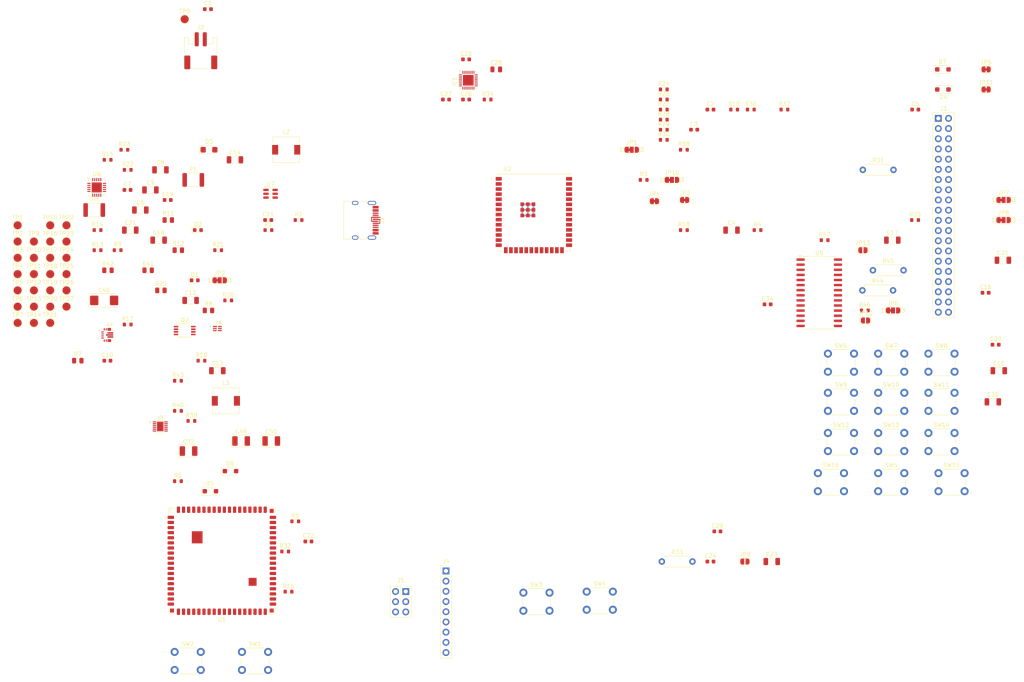
<source format=kicad_pcb>
(kicad_pcb (version 20241229) (generator "pcbnew") (generator_version "9.0")
  (layers (0 "F.Cu" signal) (2 "B.Cu" signal) (13 "F.Paste" user) (15 "B.Paste" user) (5 "F.SilkS" user "F.Silkscreen") (7 "B.SilkS" user "B.Silkscreen") (1 "F.Mask" user) (3 "B.Mask" user) (25 "Edge.Cuts" user))
  (net 0 "")
  (net 1 "/PACK+")
  (net 2 "/CELL-")
  (net 3 "/RESET_S3")
  (net 4 "GND")
  (net 5 "+3.3V_SYS")
  (net 6 "Net-(U4-VAUX)")
  (net 7 "VBUS")
  (net 8 "/VSYS")
  (net 9 "/5V_HDR")
  (net 10 "/RESET_M1")
  (net 11 "/5V_BOOST")
  (net 12 "Net-(D1-A)")
  (net 13 "Net-(D2-A)")
  (net 14 "Net-(D3-A1)")
  (net 15 "Net-(D4-A)")
  (net 16 "Net-(D5-K)")
  (net 17 "Net-(D7-A)")
  (net 22 "/SPI_MOSI")
  (net 23 "/SPI_SCK")
  (net 24 "/S3_IO21")
  (net 30 "/SPI_MISO")
  (net 32 "/SPI_CS_TS01")
  (net 34 "Net-(J1-CC1)")
  (net 35 "/USB_D+")
  (net 36 "/USB_D-")
  (net 37 "Net-(J1-CC2)")
  (net 38 "/I2C1_SCL")
  (net 39 "/S3_IO45")
  (net 40 "/GPCLK_IO7")
  (net 41 "/ID_SD")
  (net 42 "/S3_IO48")
  (net 43 "/S3_IO10")
  (net 44 "/S3_IO3")
  (net 45 "/I2C1_SDA")
  (net 46 "Net-(J3-Pin_26)")
  (net 47 "Net-(J3-Pin_24)")
  (net 48 "/ID_SC")
  (net 49 "Net-(J3-Pin_21)")
  (net 50 "/I2S_WS_LR_IO39")
  (net 51 "/PWM1_IO1")
  (net 52 "/TX_BO")
  (net 53 "/PWM0_IO2")
  (net 54 "/S3_IO9")
  (net 55 "/S3_IO42")
  (net 56 "Net-(J3-Pin_22)")
  (net 57 "/PG5V_S3_IO18")
  (net 58 "/RX_BO")
  (net 59 "/S3_IO6")
  (net 60 "/I2S_BCLK_IO38")
  (net 61 "/S3_IO47")
  (net 62 "/I2S_DIN_IO41")
  (net 63 "/I2S_DOUT_IO40")
  (net 64 "/SPI_RST_EPD")
  (net 65 "/SPI_DC_EPD")
  (net 66 "/SPI_BUSY_EPD")
  (net 67 "/SPI_CS_EPD")
  (net 68 "/RX_S3")
  (net 69 "/TX_M1")
  (net 70 "/TX_S3")
  (net 71 "/RX_M1")
  (net 72 "Net-(JP3-A)")
  (net 73 "Net-(JP4-A)")
  (net 74 "Net-(JP6-B)")
  (net 75 "/SPI_CS_M1")
  (net 76 "/SPI_CS0")
  (net 77 "/SPI_CS1")
  (net 78 "Net-(JP9-B)")
  (net 79 "/EN_5V")
  (net 80 "Net-(JP10-C)")
  (net 81 "Net-(JP12-A)")
  (net 82 "Net-(JP13-A)")
  (net 83 "Net-(U4-L2)")
  (net 84 "Net-(U4-L1)")
  (net 85 "Net-(L3-Pad2)")
  (net 87 "Net-(Q2-Pad5)")
  (net 88 "Net-(Q2-Pad4)")
  (net 90 "/FLASH_S3")
  (net 91 "Net-(R6-Pad1)")
  (net 92 "Net-(U4-FB)")
  (net 93 "Net-(U4-PG)")
  (net 94 "Net-(R10-Pad2)")
  (net 95 "Net-(U8-VPCC)")
  (net 96 "Net-(U8-STAT1{slash}~{LBO})")
  (net 97 "Net-(U8-STAT2)")
  (net 98 "Net-(U8-~{PG})")
  (net 99 "/FLASH_M1")
  (net 100 "/COUT")
  (net 101 "/DOUT")
  (net 102 "Net-(U8-PROG1)")
  (net 103 "Net-(U8-PROG3)")
  (net 104 "/PFM_PWM_SEL")
  (net 105 "Net-(U1-IO26)")
  (net 106 "Net-(U2-IO36)")
  (net 107 "Net-(U2-IO9)")
  (net 108 "Net-(U2-IO6)")
  (net 109 "/PG_5V")
  (net 110 "Net-(U3-RSET)")
  (net 111 "Net-(U3-FB)")
  (net 112 "Net-(U5-~{RESET})")
  (net 113 "/BTN_0")
  (net 114 "/BTN_1")
  (net 115 "/BTN_2")
  (net 116 "/BTN_3")
  (net 117 "/BTN_4")
  (net 118 "/BTN_5")
  (net 119 "/BTN_6")
  (net 120 "/BTN_7")
  (net 121 "/BTN_8")
  (net 122 "/BTN_9")
  (net 123 "/BTN_YES")
  (net 124 "/BTN_NO")
  (net 125 "Net-(U8-THERM)")
  (net 126 "Net-(U1-IO5{slash}ISP_Tx)")
  (net 127 "Net-(U1-IO4{slash}ISP_Rx)")
  (net 128 "Net-(U5-GPB6)")
  (net 129 "Net-(U5-GPB7)")
  (net 130 "Net-(U5-GPA7)")
  (net 131 "Net-(U5-GPA6)")
  (footprint "TestPoint:TestPoint_Pad_D2.0mm" (layer "F.Cu") (at 22.5 80.35)
    (property "Reference" "TP9")
    (property "Value" "TP_VBAT_OUT")
  )
  (footprint "Connector_PinHeader_2.54mm:PinHeader_1x09_P2.54mm_Vertical" (layer "F.Cu") (at 125 162.34)
    (property "Reference" "J4")
    (property "Value" "Conn_01x09_Pin")
  )
  (footprint "TestPoint:TestPoint_Pad_D2.0mm" (layer "F.Cu") (at 26.55 100.6)
    (property "Reference" "TP21")
    (property "Value" "TP_SDA")
  )
  (footprint "Jumper:SolderJumper-2_P1.3mm_Bridged_RoundedPad1.0x1.5mm" (layer "F.Cu") (at 184.35 70)
    (property "Reference" "JP3")
    (property "Value" "SJumper")
  )
  (footprint "TestPoint:TestPoint_Pad_D2.0mm" (layer "F.Cu") (at 18.45 80.35)
    (property "Reference" "TP2")
    (property "Value" "TP_DOUT")
  )
  (footprint "Resistor_SMD:R_0603_1608Metric" (layer "F.Cu") (at 179.175 44.99)
    (property "Reference" "R26")
    (property "Value" "10kO")
  )
  (footprint "Diode_SMD:D_SOD-123F" (layer "F.Cu") (at 248.6 42.5 180)
    (property "Reference" "D4")
    (property "Value" "D_Schottky")
  )
  (footprint "Jumper:SolderJumper-3_P1.3mm_Bridged12_RoundedPad1.0x1.5mm_NumberLabels" (layer "F.Cu") (at 181.2 65)
    (property "Reference" "JP10")
    (property "Value" "SJ_3_Br12")
  )
  (footprint "Connector_PinHeader_2.54mm:PinHeader_2x20_P2.54mm_Vertical" (layer "F.Cu") (at 247.46 49.68)
    (property "Reference" "J3")
    (property "Value" "Conn_02x20_Odd_Even")
  )
  (footprint "Capacitor_SMD:C_1206_3216Metric" (layer "F.Cu") (at 236.025 80)
    (property "Reference" "C17")
    (property "Value" "10uF")
  )
  (footprint "Resistor_SMD:R_0603_1608Metric" (layer "F.Cu") (at 64.175 110)
    (property "Reference" "R19")
    (property "Value" "100k")
  )
  (footprint "Jumper:SolderJumper-2_P1.3mm_Open_RoundedPad1.0x1.5mm" (layer "F.Cu") (at 229.35 100)
    (property "Reference" "JP12")
    (property "Value" "SJumper")
  )
  (footprint "TestPoint:TestPoint_Pad_D2.0mm" (layer "F.Cu") (at 18.45 76.3)
    (property "Reference" "TP1")
    (property "Value" "TP_PACK-")
  )
  (footprint "Capacitor_SMD:C_0603_1608Metric" (layer "F.Cu") (at 90.775 155)
    (property "Reference" "C22")
    (property "Value" "100nF")
  )
  (footprint "Resistor_SMD:R_0805_2012Metric" (layer "F.Cu") (at 54.0875 92.5)
    (property "Reference" "R25")
    (property "Value" "100k")
  )
  (footprint "Capacitor_SMD:C_1206_3216Metric" (layer "F.Cu") (at 48.975 72.5)
    (property "Reference" "C6")
    (property "Value" "22uF")
  )
  (footprint "Capacitor_SMD:C_0603_1608Metric" (layer "F.Cu") (at 130 45)
    (property "Reference" "C26")
    (property "Value" "100nF")
  )
  (footprint "Capacitor_SMD:C_0603_1608Metric" (layer "F.Cu") (at 259.225 93.095)
    (property "Reference" "C16")
    (property "Value" "100nF")
  )
  (footprint "Diode_SMD:D_SOD-123F" (layer "F.Cu") (at 248.6 37.5)
    (property "Reference" "D7")
    (property "Value" "D_Schottky")
  )
  (footprint "Package_SO:SOIC-28W_7.5x17.9mm_P1.27mm" (layer "F.Cu") (at 217.85 93.095)
    (property "Reference" "U5")
    (property "Value" "MCP23017_SO")
  )
  (footprint "Resistor_SMD:R_0603_1608Metric" (layer "F.Cu") (at 58.325 115)
    (property "Reference" "R43")
    (property "Value" "50kO")
  )
  (footprint "Module:Sipeed-M1" (layer "F.Cu") (at 69.245 159.8)
    (property "Reference" "U1")
    (property "Value" "Sipeed-M1")
  )
  (footprint "Capacitor_SMD:C_0603_1608Metric" (layer "F.Cu") (at 205 95.98)
    (property "Reference" "C34")
    (property "Value" "100nF")
  )
  (footprint "Capacitor_SMD:C_0603_1608Metric" (layer "F.Cu") (at 80.775 75)
    (property "Reference" "C11")
    (property "Value" "100nF")
  )
  (footprint "_M1_FP_lib:XCVR_ESP32-S3-WROOM-1U-N8R8" (layer "F.Cu") (at 146.865 73.15)
    (property "Reference" "U2")
    (property "Value" "ESP32-S3-WROOM-1U-N8R8")
  )
  (footprint "TestPoint:TestPoint_Pad_D2.0mm" (layer "F.Cu") (at 30.6 76.3)
    (property "Reference" "TP22")
    (property "Value" "TP_SCK")
  )
  (footprint "Jumper:SolderJumper-3_P1.3mm_Bridged12_RoundedPad1.0x1.5mm_NumberLabels" (layer "F.Cu") (at 263.7 70)
    (property "Reference" "JP7")
    (property "Value" "Jump_3_Br12")
  )
  (footprint "Resistor_THT:R_Axial_DIN0207_L6.3mm_D2.5mm_P7.62mm_Horizontal" (layer "F.Cu") (at 228.69 62.5)
    (property "Reference" "R31")
    (property "Value" "47")
  )
  (footprint "Button_Switch_THT:SW_PUSH_6mm_H5mm" (layer "F.Cu") (at 245 128)
    (property "Reference" "SW14")
    (property "Value" "SW_Push")
  )
  (footprint "Package_DFN_QFN:QFN-20-1EP_4x4mm_P0.5mm_EP2.5x2.5mm" (layer "F.Cu") (at 38.125 66.875)
    (property "Reference" "U8")
    (property "Value" "MCP73871")
  )
  (footprint "Resistor_SMD:R_0603_1608Metric" (layer "F.Cu") (at 196.675 47.5)
    (property "Reference" "R10")
    (property "Value" "22")
  )
  (footprint "Resistor_SMD:R_0603_1608Metric" (layer "F.Cu") (at 179.175 55.03)
    (property "Reference" "R30")
    (property "Value" "4k7")
  )
  (footprint "Capacitor_SMD:C_1206_3216Metric" (layer "F.Cu") (at 206.025 160)
    (property "Reference" "C23")
    (property "Value" "10uF")
  )
  (footprint "TestPoint:TestPoint_Pad_D2.0mm" (layer "F.Cu") (at 18.45 92.5)
    (property "Reference" "TP5")
    (property "Value" "TP_USB_D+")
  )
  (footprint "Button_Switch_THT:SW_PUSH_6mm_H5mm" (layer "F.Cu") (at 144.25 167.75)
    (property "Reference" "SW3")
    (property "Value" "SW_Push")
  )
  (footprint "Capacitor_SMD:C_0603_1608Metric" (layer "F.Cu") (at 55.775 70)
    (property "Reference" "C19")
    (property "Value" "100nF")
  )
  (footprint "TestPoint:TestPoint_Pad_D2.0mm" (layer "F.Cu") (at 18.45 100.6)
    (property "Reference" "TP7")
    (property "Value" "TP_ID_SC")
  )
  (footprint "TestPoint:TestPoint_Pad_D2.0mm" (layer "F.Cu") (at 18.45 96.55)
    (property "Reference" "TP6")
    (property "Value" "TP_ID_SD")
  )
  (footprint "Resistor_SMD:R_0805_2012Metric" (layer "F.Cu") (at 58.4125 82.5)
    (property "Reference" "R12")
    (property "Value" "330k")
  )
  (footprint "Resistor_SMD:R_0603_1608Metric" (layer "F.Cu") (at 219.175 80)
    (property "Reference" "R47")
    (property "Value" "10k")
  )
  (footprint "Capacitor_SMD:C_1206_3216Metric" (layer "F.Cu") (at 262.5 112.5)
    (property "Reference" "C15")
    (property "Value" "10uF")
  )
  (footprint "Resistor_THT:R_Axial_DIN0207_L6.3mm_D2.5mm_P7.62mm_Horizontal" (layer "F.Cu") (at 178.69 160)
    (property "Reference" "R33")
    (property "Value" "10kO")
  )
  (footprint "Jumper:SolderJumper-2_P1.3mm_Open_RoundedPad1.0x1.5mm" (layer "F.Cu") (at 199.35 160)
    (property "Reference" "JP9")
    (property "Value" "SJumper")
  )
  (footprint "Capacitor_Tantalum_SMD:CP_EIA-3528-12_Kemet-T" (layer "F.Cu") (at 74.04 130)
    (property "Reference" "C49")
    (property "Value" "10uF")
  )
  (footprint "Jumper:SolderJumper-3_P1.3mm_Bridged12_RoundedPad1.0x1.5mm_NumberLabels" (layer "F.Cu") (at 171.2 57.5)
    (property "Reference" "JP1")
    (property "Value" "Jumper_3_Br")
  )
  (footprint "TestPoint:TestPoint_Pad_D2.0mm" (layer "F.Cu") (at 26.55 76.3)
    (property "Reference" "TP15")
    (property "Value" "TP_FLASH_M1")
  )
  (footprint "Connector_PinSocket_2.54mm:PinSocket_2x03_P2.54mm_Vertical" (layer "F.Cu") (at 115 167.46)
    (property "Reference" "J5")
    (property "Value" "Conn_02x03_Odd_Even")
  )
  (footprint "TestPoint:TestPoint_Pad_D2.0mm" (layer "F.Cu") (at 22.5 100.6)
    (property "Reference" "TP14")
    (property "Value" "TP_VBAT_IN")
  )
  (footprint "Resistor_SMD:R_0603_1608Metric" (layer "F.Cu") (at 202.5 77.5)
    (property "Reference" "R4")
    (property "Value" "10kO")
  )
  (footprint "TestPoint:TestPoint_Pad_D2.0mm" (layer "F.Cu") (at 26.55 80.35)
    (property "Reference" "TP16")
    (property "Value" "TP_RX_M1")
  )
  (footprint "Resistor_SMD:R_0603_1608Metric" (layer "F.Cu") (at 179.175 50.01)
    (property "Reference" "R28")
    (property "Value" "10kO")
  )
  (footprint "Resistor_SMD:R_0603_1608Metric" (layer "F.Cu") (at 68.325 82.5)
    (property "Reference" "R21")
    (property "Value" "100k")
  )
  (footprint "Resistor_SMD:R_0603_1608Metric" (layer "F.Cu") (at 184.175 57.5)
    (property "Reference" "R38")
    (property "Value" "100")
  )
  (footprint "Jumper:SolderJumper-3_P1.3mm_Bridged12_RoundedPad1.0x1.5mm_NumberLabels" (layer "F.Cu") (at 263.7 75)
    (property "Reference" "JP8")
    (property "Value" "Jump_3_Br12")
  )
  (footprint "Capacitor_Tantalum_SMD:CP_EIA-3528-12_Kemet-T" (layer "F.Cu") (at 60.96 132.5)
    (property "Reference" "C32")
    (property "Value" "100nF")
  )
  (footprint "Button_Switch_THT:SW_PUSH_6mm_H5mm" (layer "F.Cu") (at 220 128)
    (property "Reference" "SW12")
    (property "Value" "SW_Push")
  )
  (footprint "_M1_FP_lib:FS8205A TSSOP-8_3x3mm_P0.65mm" (layer "F.Cu") (at 60 102.5)
    (property "Reference" "Q2")
    (property "Value" "FS8205A")
  )
  (footprint "Capacitor_SMD:C_1206_3216Metric" (layer "F.Cu") (at 263.525 85)
    (property "Reference" "C21")
    (property "Value" "10uF")
  )
  (footprint "Resistor_SMD:R_0603_1608Metric" (layer "F.Cu") (at 38.325 82.5)
    (property "Reference" "R13")
    (property "Value" "1k")
  )
  (footprint "_M1_FP_lib:QFN-32-1EP_4x4mm_P0.4mm_EP2.65x2.65mm TROPIC01" (layer "F.Cu") (at 130.55 40.2)
    (property "Reference" "IC1")
    (property "Value" "TROPIC01_chip")
  )
  (footprint "TestPoint:TestPoint_Pad_D2.0mm" (layer "F.Cu") (at 22.5 84.4)
    (property "Reference" "TP10")
    (property "Value" "TP_VBUS")
  )
  (footprint "TestPoint:TestPoint_Pad_D2.0mm" (layer "F.Cu") (at 60 25)
    (property "Reference" "TP8")
    (property "Value" "TP_PACK+")
  )
  (footprint "Button_Switch_THT:SW_PUSH_6mm_H5mm" (layer "F.Cu") (at 232.5 108.25)
    (property "Reference" "SW7")
    (property "Value" "SW_Push")
  )
  (footprint "Capacitor_SMD:C_0603_1608Metric" (layer "F.Cu") (at 45.775 67.5)
    (property "Reference" "C7")
    (property "Value" "100nF")
  )
  (footprint "Button_Switch_THT:SW_PUSH_6mm_H5mm" (layer "F.Cu") (at 57.5 182.5)
    (property "Reference" "SW2")
    (property "Value" "SW_Push")
  )
  (footprint "LED_SMD:LED_0603_1608Metric" (layer "F.Cu") (at 62.5 90)
    (property "Reference" "D1")
    (property "Value" "LED_OR")
  )
  (footprint "Capacitor_SMD:C_0603_1608Metric" (layer "F.Cu") (at 130 35)
    (property "Reference" "C25")
    (property "Value" "100nF")
  )
  (footprint "Capacitor_SMD:C_1206_3216Metric" (layer "F.Cu") (at 53.525 80)
    (property "Reference" "C18")
    (property "Value" "22uF")
  )
  (footprint "Capacitor_Tantalum_SMD:CP_EIA-6032-28_Kemet-C" (layer "F.Cu") (at 39.97 95)
    (property "Reference" "C46")
    (property "Value" "100uF 10V Tant")
  )
  (footprint "Button_Switch_THT:SW_PUSH_6mm_H5mm" (layer "F.Cu") (at 232.5 118)
    (property "Reference" "SW10")
    (property "Value" "SW_Push")
  )
  (footprint "Jumper:SolderJumper-2_P1.3mm_Bridged_RoundedPad1.0x1.5mm" (layer "F.Cu") (at 259.35 42.5)
    (property "Reference" "JP11")
    (property "Value" "SJ_2_B")
  )
  (footprint "Capacitor_SMD:C_0603_1608Metric" (layer "F.Cu") (at 40.775 110)
    (property "Reference" "C10")
    (property "Value" "100nF")
  )
  (footprint "TestPoint:TestPoint_Pad_D2.0mm" (layer "F.Cu") (at 30.6 92.5)
    (property "Reference" "TP26")
    (property "Value" "TP_A7")
  )
  (footprint "Resistor_SMD:R_0603_1608Metric" (layer "F.Cu") (at 80.825 77.5)
    (property "Reference" "R1")
    (property "Value" "5k1")
  )
  (footprint "_M1_FP_lib:TPS63070RNMR" (layer "F.Cu") (at 40.725 103.6)
    (property "Reference" "U4")
    (property "Value" "TPS63070RNMR")
  )
  (footprint "Diode_SMD:D_SOD-123F" (layer "F.Cu") (at 66.4 142.5)
    (property "Reference" "D5")
    (property "Value" "D_Schottky")
  )
  (footprint "Resistor_SMD:R_0603_1608Metric" (layer "F.Cu") (at 179.175 42.48)
    (property "Reference" "R24")
    (property "Value" "10kO")
  )
  (footprint "Resistor_SMD:R_0805_2012Metric" (layer "F.Cu") (at 40.9125 87.5)
    (property "Reference" "R42")
    (property "Value" "370kO")
  )
  (footprint "Resistor_SMD:R_0603_1608Metric" (layer "F.Cu") (at 241.675 75)
    (property "Reference" "R35")
    (property "Value" "100")
  )
  (footprint "Resistor_SMD:R_0603_1608Metric" (layer "F.Cu") (at 200.825 47.5)
    (property "Reference" "R36")
    (property "Value" "22")
  )
  (footprint "Capacitor_SMD:C_0603_1608Metric" (layer "F.Cu") (at 241.725 47.5)
    (property "Reference" "C5")
    (property "Value" "100nF")
  )
  (footprint "Capacitor_SMD:C_0603_1608Metric" (layer "F.Cu") (at 186.725 52.5)
    (property "Reference" "C3")
    (property "Value" "100nF")
  )
  (footprint "Resistor_SMD:R_0603_1608Metric" (layer "F.Cu") (at 45.825 101)
    (property "Reference" "R17")
    (property "Value" "100  O")
  )
  (footprint "Resistor_SMD:R_0603_1608Metric" (layer "F.Cu") (at 40.825 60)
    (property "Reference" "R15")
    (property "Value" "10k")
  )
  (footprint "Capacitor_SMD:C_0603_1608Metric" (layer "F.Cu") (at 65.775 22.5)
    (property "Reference" "C1")
    (property "Value" "100nF")
  )
  (footprint "Resistor_SMD:R_0603_1608Metric" (layer "F.Cu") (at 174.175 65)
    (property "Reference" "R3")
    (property "Value" "10kO")
  )
  (footprint "Resistor_SMD:R_0805_2012Metric" (layer "F.Cu") (at 50.9125 87.5)
    (property "Reference" "R41")
    (property "Value" "200kO")
  )
  (footprint "_M1_FP_lib:SON45P300X300X63-13N PAM2401" (layer "F.Cu") (at 53.92 126.375)
    (property "Reference" "U3")
    (property "Value" "PAM2401YPADJ")
  )
  (footprint "Jumper:SolderJumper-3_P1.3mm_Bridged12_RoundedPad1.0x1.5mm_NumberLabels" (layer "F.Cu") (at 68.7 90)
    (property "Reference" "JP2")
    (property "Value" "Jumper_3_Br")
  )
  (footprint "Fuse:Fuse_1812_4532Metric" (layer "F.Cu") (at 62.1375 65)
    (property "Reference" "F1")
    (property "Value" "PTC 1.25A")
  )
  (footprint "Resistor_SMD:R_0603_1608Metric" (layer "F.Cu") (at 43.325 82.5)
    (property "Reference" "R9")
    (property "Value" "10k")
  )
  (footprint "Capacitor_SMD:C_0603_1608Metric" (layer "F.Cu") (at 192.5 152.5)
    (property "Reference" "C29")
    (property "Value" "100nF")
  )
  (footprint "Button_Switch_THT:SW_PUSH_6mm_H5mm" (layer "F.Cu") (at 247.5 138)
    (property "Reference" "SW15")
    (property "Value" "SW_Push")
  )
  (footprint "Resistor_SMD:R_0603_1608Metric" (layer "F.Cu") (at 58.325 140)
    (property "Reference" "R6")
    (property "Value" "22")
  )
  (footprint "TestPoint:TestPoint_Pad_D2.0mm" (layer "F.Cu") (at 30.6 80.35)
    (property "Reference" "TP23")
    (property "Value" "TP_INTA")
  )
  (footprint "Capacitor_SMD:C_0603_1608Metric" (layer "F.Cu") (at 261.725 106.02)
    (property "Reference" "C20")
    (property "Value" "100nF")
  )
  (footprint "LED_SMD:LED_0603_1608Metric" (layer "F.Cu") (at 63.2875 77.5)
    (property "Reference" "D2")
    (property "Value" "LED_GR")
  )
  (footprint "Button_Switch_THT:SW_PUSH_6mm_H5mm" (layer "F.Cu") (at 245 118)
    (property "Reference" "SW11")
    (property "Value" "SW_Push")
  )
  (footprint "Capacitor_Tantalum_SMD:CP_EIA-3528-12_Kemet-T" (layer "F.Cu") (at 81.54 130)
    (property "Reference" "C50")
    (property "Value" "22uF")
  )
  (footprint "Resistor_SMD:R_0603_1608Metric" (layer "F.Cu") (at 61.675 125)
    (property "Reference" "R39")
    (property "Value" "50kO")
  )
  (footprint "Button_Switch_THT:SW_PUSH_6mm_H5mm" (layer "F.Cu") (at 220 108.25)
    (property "Reference" "SW6")
    (property "Value" "SW_Push")
  )
  (footprint "Button_Switch_THT:SW_PUSH_6mm_H5mm" (layer "F.Cu") (at 160 167.5)
    (property "Reference" "SW4")
    (property "Value" "SW_Push")
  )
  (footprint "TestPoint:TestPoint_Pad_D2.0mm" (layer "F.Cu") (at 30.6 84.4)
    (property "Reference" "TP24")
    (property "Value" "TP_B6")
  )
  (footprint "Resistor_SMD:R_0603_1608Metric" (layer "F.Cu") (at 179.175 52.52)
    (property "Reference" "R29")
    (property "Value" "4k7")
  )
  (footprint "Resistor_SMD:R_0603_1608Metric" (layer "F.Cu") (at 229.175 97.5)
    (property "Reference" "R46")
    (property "Value" "10k")
  )
  (footprint "Capacitor_SMD:C_1206_3216Metric" (layer "F.Cu") (at 261.025 120.25)
    (property "Reference" "C30")
    (property "Value" "10uF")
  )
  (footprint "Connector_JST:JST_PH_S2B-PH-SM4-TB_1x02-1MP_P2.00mm_Horizontal" (layer "F.Cu") (at 64 32.85)
    (property "Reference" "J2")
    (property "Value" "JST Connector")
  )
  (footprint "Resistor_SMD:R_0805_2012Metric" (layer "F.Cu") (at 55.9125 75)
    (property "Reference" "R11")
    (property "Value" "110k")
  )
  (footprint "Capacitor_SMD:C_1206_3216Metric" (layer "F.Cu") (at 61.475 95)
    (property "Reference" "C12")
    (property "Value" "10uF")
  )
  (footprint "Button_Switch_THT:SW_PUSH_6mm_H5mm" (layer "F.Cu") (at 220 118)
    (property "Reference" "SW9")
    (property "Value" "SW_Push")
  )
  (footprint "Resistor_SMD:R_0603_1608Metric" (layer "F.Cu") (at 70.825 95)
    (property "Reference" "R20")
    (property "Value" "100  O")
  )
  (footprint "Resistor_SMD:R_0603_1608Metric" (layer "F.Cu") (at 135.3525 45)
    (property "Reference" "R34")
    (property "Value" "100k")
  )
  (footprint "Resistor_SMD:R_0805_2012Metric" (layer "F.Cu") (at 33.4125 110)
    (property "Reference" "R7")
    (property "Value" "470kO")
  )
  (footprint "Inductor_SMD:L_6.3x6.3_H3" (layer "F.Cu") (at 70.25 120)
    (property "Reference" "L3")
    (property "Value" "2.2uH")
  )
  (footprint "Resistor_THT:R_Axial_DIN0207_L6.3mm_D2.5mm_P7.62mm_Horizontal" (layer "F.Cu") (at 231.19 87.5)
    (property "Reference" "R45")
    (property "Value" "4k7")
  )
  (footprint "Resistor_SMD:R_0603_1608Metric" (layer "F.Cu") (at 85.825 167.5)
    (property "Reference" "R16")
    (property "Value" "10kO")
  )
  (footprint "TestPoint:TestPoint_Pad_D2.0mm" (layer "F.Cu") (at 18.45 88.45)
    (property "Reference" "TP4")
    (property "Value" "TP_USB_D-")
  )
  (footprint "Resistor_SMD:R_0603_1608Metric" (layer "F.Cu") (at 45.825 62.5)
    (property "Reference" "R22")
    (property "Value" "2k")
  )
  (footprint "Resistor_SMD:R_0603_1608Metric" (layer "F.Cu") (at 209.175 47.5)
    (property "Reference" "R37")
    (property "Value" "100")
  )
  (footprint "Resistor_SMD:R_0603_1608Metric" (layer "F.Cu") (at 179.175 47.5)
    (property "Reference" "R27")
    (property "Value" "10kO")
  )
  (footprint "TestPoint:TestPoint_Pad_D2.0mm" (layer "F.Cu") (at 26.55 88.45)
    (property "Reference" "TP18")
    (property "Value" "TP_ISP_RX_M1")
  )
  (footprint "Jumper:SolderJumper-2_P1.3mm_Bridged_RoundedPad1.0x1.5mm" (layer "F.Cu") (at 176.85 70.3)
    (property "Reference" "JP4")
    (property "Value" "SJumper")
  )
  (footprint "Inductor_SMD:L_6.3x6.3_H3" (layer "F.Cu") (at 85.25 57.5)
    (property "Reference" "L2")
    (property "Value" "1.5uH")
  )
  (footprint "Package_TO_SOT_SMD:SOT-23-6" (layer "F.Cu") (at 81.3625 68.45)
    (property "Reference" "U7")
    (property "Value" "USBLC6-2SC6")
  )
  (footprint "_M1_FP_lib:BQ29700DSER SON50P150X150X80-6N" (layer "F.Cu") (at 68.13 102)
    (property "Reference" "U6")
    (property "Value" "BQ29700DSER")
  )
  (footprint "Capacitor_SMD:C_1206_3216Metric" (layer "F.Cu") (at 51.475 67.5)
    (property "Reference" "C9")
    (property "Value" "22uF")
  )
  (footprint "Button_Switch_THT:SW_PUSH_6mm_H5mm" (layer "F.Cu") (at 217.5 138)
    (property "Reference" "SW16")
    (property "Value" "SW_Push")
  )
  (footprint "Capacitor_SMD:C_0603_1608Metric" (layer "F.Cu") (at 190.775 47.5)
    (property "Reference" "C2")
    (property "Value" "100nF")
  )
  (footprint "Button_Switch_THT:SW_PUSH_6mm_H5mm" (layer "F.Cu") (at 245 108.25)
    (property "Reference" "SW8")
    (property "Value" "SW_Push")
  )
  (footprint "Jumper:SolderJumper-2_P1.3mm_Bridged_RoundedPad1.0x1.5mm" (layer "F.Cu") (at 259.35 37.5)
    (property "Reference" "JP5")
    (property "Value" "SJ_2_B")
  )
  (footprint "TestPoint:TestPoint_Pad_D2.0mm" (layer "F.Cu") (at 26.55 92.5)
    (property "Reference" "TP19")
    (property "Value" "TP_ISP_TX_M1")
  )
  (footprint "TestPoint:TestPoint_Pad_D2.0mm" (layer "F.Cu") (at 22.5 88.45)
    (property "Reference" "TP11")
    (property "Value" "TP_VBUS_IN")
  )
  (footprint "Jumper:SolderJumper-2_P1.3mm_Open_RoundedPad1.0x1.5mm" (layer "F.Cu") (at 228.7 82.5)
    (property "Reference" "JP13")
    (property "Value" "SJumper")
  )
  (footprint "TestPoint:TestPoint_Pad_D2.0mm" (layer "F.Cu") (at 22.5 96.55)
    (property "Reference" "TP13")
    (property "Value" "TP_3V3_SYS")
  )
  (footprint "Capacitor_SMD:C_0805_2012Metric" (layer "F.Cu") (at 137.5 37.5)
    (property "Reference" "C28")
    (property "Value" "1uF")
  )
  (footprint "Resistor_THT:R_Axial_DIN0207_L6.3mm_D2.5mm_P7.62mm_Horizontal" (layer "F.Cu") (at 228.58 92.5)
    (property "Reference" "R44")
    (property "Value" "4k7")
  )
  (footprint "Capacitor_SMD:C_1206_3216Metric" (layer "F.Cu") (at 72.5 60)
    (property "Reference" "C14")
    (property "Value" "10uF")
  )
  (footprint "Resistor_SMD:R_0805_2012Metric" (layer "F.Cu") (at 65.9125 97.5)
    (property "Reference" "R8")
    (property "Value" "150kO")
  )
  (footprint "TestPoint:TestPoint_Pad_D2.0mm" (layer "F.Cu") (at 26.55 84.4)
    (property "Reference" "TP17")
    (property "Value" "TP_TX_M1")
  )
  (footprint "Capacitor_SMD:C_1206_3216Metric" (layer "F.Cu") (at 68.13 112.5)
    (property "Reference" "C13")
    (property "Value" "10uF")
  )
  (footprint "TestPoint:TestPoint_Pad_D2.0mm" (layer "F.Cu") (at 30.6 88.45)
    (property "Reference" "TP25")
    (property "Value" "TP_B7")
  )
  (footprint "Fuse:Fuse_1812_4532Metric" (layer "F.Cu") (at 37.5 72.5)
    (property "Reference" "TH1")
    (property "Value" "Therm._NTC")
  )
  (footprint "Resistor_SMD:R_0603_1608Metric" (layer "F.Cu") (at 38.325 77.5)
    (property "Reference" "R14")
    (property "Value" "1k")
  )
  (footprint "Diode_SMD:D_SOD-123F" (layer "F.Cu") (at 71.4 137.5)
    (property "Reference" "D6")
    (property "Value" "D_Schottky")
  )
  (footprint "Diode_SMD:D_SMF" (layer "F.Cu") (at 66.05 57.5)
    (property "Reference" "D3")
    (property "Value" "SMF6V0A")
  )
  (footprint "TestPoint:TestPoint_Pad_D2.0mm" (layer "F.Cu") (at 18.45 84.4)
    (property "Reference" "TP3")
    (property "Value" "TP_COUT")
  )
  (footprint "Capacitor_SMD:C_1206_3216Metric" (layer "F.Cu") (at 196.025 77.5)
    (property "Reference" "C4")
    (property "Value" "10uF")
  )
  (footprint "Connector_USB:USB_C_Receptacle_HRO_TYPE-C-31-M-12" (layer "F.Cu") (at 103.455 75.05 -90)
    (property "Reference" "J1")
    (property "Value" "USB_C_")
  )
  (footprint "Resistor_SMD:R_0603_1608Metric" (layer "F.Cu") (at 184.175 77.5)
    (property "Reference" "R18")
    (property "Value" "10kO")
  )
  (footprint "Capacitor_SMD:C_0603_1608Metric" (layer "F.Cu") (at 125 45)
    (property "Reference" "C27")
    (property "Value" "100nF")
  )
  (footprint "TestPoint:TestPoint_Pad_D2.0mm" (layer "F.Cu") (at 22.5 92.5)
    (property "Reference" "TP12")
    (property "Value" "TP_RST_M1")
  )
  (footprint "TestPoint:TestPoint_Pad_D2.0mm" (layer "F.Cu") (at 26.55 96.55)
    (property "Reference" "TP20")
    (property "Value" "TP_5V_OUT")
  )
  (footprint "Jumper:SolderJumper-3_P1.3mm_Bridged12_RoundedPad1.0x1.5mm_NumberLabels" (layer "F.Cu") (at 236.2 97.5)
    (property "Reference" "JP6")
    (property "Value" "Jumper_3_Br")
  )
  (footprint "Resistor_SMD:R_0603_1608Metric" (layer "F.Cu") (at 88.325 75)
    (property "Reference" "R2")
    (property "Value" "5k1")
  )
  (footprint "TestPoint:TestPoint_Pad_D2.0mm" (layer "F.Cu") (at 30.6 96.55)
    (property "Reference" "TP27")
    (property "Value" "TP_A6")
  )
  (footprint "Button_Switch_THT:SW_PUSH_6mm_H5mm" (layer "F.Cu") (at 232.5 128)
    (property "Reference" "SW13")
    (property "Value" "SW_Push")
  )
  (footprint "Capacitor_SMD:C_1206_3216Metric" (layer "F.Cu") (at 46.475 77.5)
    (property "Reference" "C31")
    (property "Value" "22uF")
  )
  (footprint "Capacitor_SMD:C_1206_3216Metric" (layer "F.Cu") (at 53.975 62.5)
    (property "Reference" "C8")
    (property "Value" "22uF")
  )
  (footprint "Resistor_SMD:R_0603_1608Metric" (layer "F.Cu") (at 87.5 150)
    (property "Reference" "R5")
    (property "Value" "10kO")
  )
  (footprint "Resistor_SMD:R_0603_1608Metric" (layer "F.Cu") (at 45 57.5)
    (property "Reference" "R23")
    (property "Value" "20k")
  )
  (footprint "Button_Switch_THT:SW_PUSH_6mm_H5mm" (layer "F.Cu") (at 74.25 182.5)
    (property "Reference" "SW1")
    (property "Value" "SW_Push")
  )
  (footprint "Button_Switch_THT:SW_PUSH_6mm_H5mm" (layer "F.Cu") (at 232.5 138)
    (property "Reference" "SW5")
    (property "Value" "SW_Push")
  )
  (footprint "Resistor_SMD:R_0603_1608Metric" (layer "F.Cu") (at 85 157.5)
    (property "Reference" "R32")
    (property "Value" "47")
  )
  (footprint "Capacitor_SMD:C_0603_1608Metric" (layer "F.Cu") (at 190.775 160)
    (property "Reference" "C24")
    (property "Value" "100nF")
  )
  (footprint "Resistor_SMD:R_0603_1608Metric" (layer "F.Cu") (at 58.325 122.5)
    (property "Reference" "R40")
    (property "Value" "47k")
  )
  (segment (start 108.526 75.751) (end 108.526 74.849) (width 0.2) (layer "F.Cu") (net 35))
  (segment (start 108.587501 74.8) (end 108.612501 74.775) (width 0.2) (layer "F.Cu") (net 35))
  (segment (start 108.526 74.849) (end 108.477 74.8) (width 0.2) (layer "F.Cu") (net 35))
  (segment (start 108.477 75.8) (end 108.526 75.751) (width 0.2) (layer "F.Cu") (net 35))
  (segment (start 108.477 74.8) (end 107.5 74.8) (width 0.2) (layer "F.Cu") (net 35))
  (segment (start 107.5 74.8) (end 108.587501 74.8) (width 0.2) (layer "F.Cu") (net 35))
  (segment (start 107.5 75.8) (end 108.477 75.8) (width 0.2) (layer "F.Cu") (net 35))
  (segment (start 106.523 74.3) (end 107.5 74.3) (width 0.2) (layer "F.Cu") (net 36))
  (segment (start 108.587501 74.3) (end 108.612501 74.325) (width 0.2) (layer "F.Cu") (net 36))
  (segment (start 107.5 75.3) (end 106.523 75.3) (width 0.2) (layer "F.Cu") (net 36))
  (segment (start 106.474 74.349) (end 106.523 74.3) (width 0.2) (layer "F.Cu") (net 36))
  (segment (start 107.5 74.3) (end 108.587501 74.3) (width 0.2) (layer "F.Cu") (net 36))
  (segment (start 106.474 75.251) (end 106.474 74.349) (width 0.2) (layer "F.Cu") (net 36))
  (segment (start 106.523 75.3) (end 106.474 75.251) (width 0.2) (layer "F.Cu") (net 36))
  (segment (start 137.481397 79.98) (end 138.115 79.98) (width 0.2) (layer "F.Cu") (net 36))
)
</source>
